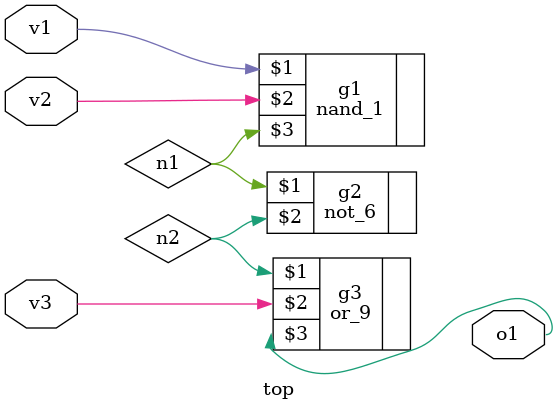
<source format=v>
module top (v1, v2, v3, o1);
input v1, v2, v3;
output o1;
wire n1, n2;
nand_1 g1 (v1, v2, n1);
not_6  g2 (n1, n2);
or_9   g3 (n2, v3, o1);
endmodule

</source>
